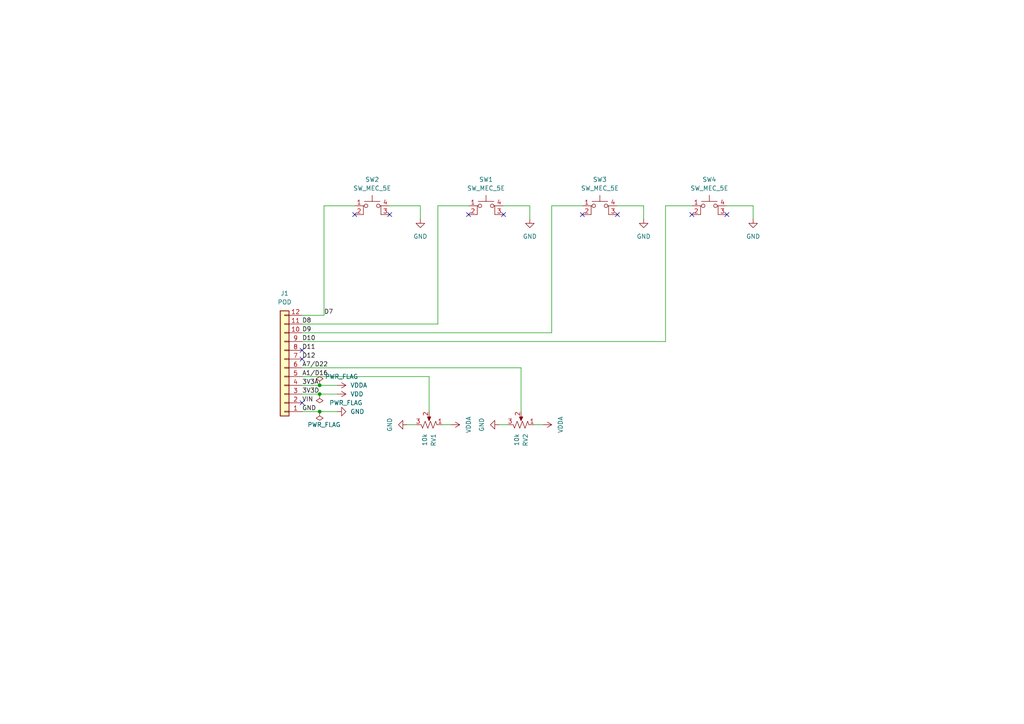
<source format=kicad_sch>
(kicad_sch (version 20230121) (generator eeschema)
  (paper "A4")
  (title_block (title "E/S pod basic expander") (date "2023-08-31") (rev "1"))
  (lib_symbols
    (symbol "Connector_Generic:Conn_01x12" (pin_names (offset 1.016) hide)
      (property "Reference" "J" (at 0 15.24 0))
      (property "Value" "Conn_01x12" (at 0 -17.78 0))
      (symbol "Conn_01x12_1_1"
        (rectangle (start -1.27 -15.113) (end 0 -15.367) (stroke (width 0.1524)))
        (rectangle (start -1.27 -12.573) (end 0 -12.827) (stroke (width 0.1524)))
        (rectangle (start -1.27 -10.033) (end 0 -10.287) (stroke (width 0.1524)))
        (rectangle (start -1.27 -7.493) (end 0 -7.747) (stroke (width 0.1524)))
        (rectangle (start -1.27 -4.953) (end 0 -5.207) (stroke (width 0.1524)))
        (rectangle (start -1.27 -2.413) (end 0 -2.667) (stroke (width 0.1524)))
        (rectangle (start -1.27 0.127) (end 0 -0.127) (stroke (width 0.1524)))
        (rectangle (start -1.27 2.667) (end 0 2.413) (stroke (width 0.1524)))
        (rectangle (start -1.27 5.207) (end 0 4.953) (stroke (width 0.1524)))
        (rectangle (start -1.27 7.747) (end 0 7.493) (stroke (width 0.1524)))
        (rectangle (start -1.27 10.287) (end 0 10.033) (stroke (width 0.1524)))
        (rectangle (start -1.27 12.827) (end 0 12.573) (stroke (width 0.1524)))
        (rectangle (start -1.27 13.97) (end 1.27 -16.51) (stroke (width 0.254)) (fill (type background)))
        (pin passive line (at -5.08 12.7 0) (length 3.81) (name "Pin_1") (number "1"))
        (pin passive line (at -5.08 -10.16 0) (length 3.81) (name "Pin_10") (number "10"))
        (pin passive line (at -5.08 -12.7 0) (length 3.81) (name "Pin_11") (number "11"))
        (pin passive line (at -5.08 -15.24 0) (length 3.81) (name "Pin_12") (number "12"))
        (pin passive line (at -5.08 10.16 0) (length 3.81) (name "Pin_2") (number "2"))
        (pin passive line (at -5.08 7.62 0) (length 3.81) (name "Pin_3") (number "3"))
        (pin passive line (at -5.08 5.08 0) (length 3.81) (name "Pin_4") (number "4"))
        (pin passive line (at -5.08 2.54 0) (length 3.81) (name "Pin_5") (number "5"))
        (pin passive line (at -5.08 0 0) (length 3.81) (name "Pin_6") (number "6"))
        (pin passive line (at -5.08 -2.54 0) (length 3.81) (name "Pin_7") (number "7"))
        (pin passive line (at -5.08 -5.08 0) (length 3.81) (name "Pin_8") (number "8"))
        (pin passive line (at -5.08 -7.62 0) (length 3.81) (name "Pin_9") (number "9"))
      )
    )
    (symbol "Device:R_Potentiometer_US" (pin_names (offset 1.016) hide)
      (property "Reference" "RV" (at -4.445 0 90))
      (property "Value" "R_Potentiometer_US" (at -2.54 0 90))
      (symbol "R_Potentiometer_US_0_1"
        (polyline (pts (xy 0 -2.286) (xy 0 -2.54)))
        (polyline (pts (xy 0 2.54) (xy 0 2.286)))
        (polyline (pts (xy 2.54 0) (xy 1.524 0)))
        (polyline (pts (xy 1.143 0) (xy 2.286 0.508) (xy 2.286 -0.508) (xy 1.143 0)) (fill (type outline)))
        (polyline (pts (xy 0 -0.762) (xy 1.016 -1.143) (xy 0 -1.524) (xy -1.016 -1.905) (xy 0 -2.286)))
        (polyline (pts (xy 0 0.762) (xy 1.016 0.381) (xy 0 0) (xy -1.016 -0.381) (xy 0 -0.762)))
        (polyline (pts (xy 0 2.286) (xy 1.016 1.905) (xy 0 1.524) (xy -1.016 1.143) (xy 0 0.762)))
      )
      (symbol "R_Potentiometer_US_1_1"
        (pin passive line (at 0 3.81 270) (length 1.27) (name "1") (number "1"))
        (pin passive line (at 3.81 0 180) (length 1.27) (name "2") (number "2"))
        (pin passive line (at 0 -3.81 90) (length 1.27) (name "3") (number "3"))
      )
    )
    (symbol "Switch:SW_MEC_5E" (pin_names (offset 1.016) hide)
      (property "Reference" "SW" (at 0.635 5.715 0))
      (property "Value" "SW_MEC_5E" (at 0 -3.175 0))
      (symbol "SW_MEC_5E_0_1"
        (circle (center -1.778 2.54) (radius 0.508))
        (polyline (pts (xy -2.286 3.81) (xy 2.286 3.81)))
        (polyline (pts (xy 0 3.81) (xy 0 5.588)))
        (polyline (pts (xy -2.54 0) (xy -2.54 2.54) (xy -2.286 2.54)))
        (polyline (pts (xy 2.54 0) (xy 2.54 2.54) (xy 2.286 2.54)))
        (circle (center 1.778 2.54) (radius 0.508))
        (pin passive line (at -5.08 2.54 0) (length 2.54) (name "1") (number "1"))
        (pin passive line (at -5.08 0 0) (length 2.54) (name "2") (number "2"))
        (pin passive line (at 5.08 0 180) (length 2.54) (name "K") (number "3"))
        (pin passive line (at 5.08 2.54 180) (length 2.54) (name "A") (number "4"))
      )
    )
    (symbol "power:GND" (power) (pin_names (offset 0))
      (property "Value" "GND" (at 0 -3.81 0))
      (symbol "GND_0_1"
        (polyline (pts (xy 0 0) (xy 0 -1.27) (xy 1.27 -1.27) (xy 0 -2.54) (xy -1.27 -1.27) (xy 0 -1.27)))
      )
      (symbol "GND_1_1"
        (pin power_in line (at 0 0 270) (length 0) hide (name "GND") (number "1"))
      )
    )
    (symbol "power:PWR_FLAG" (power) (pin_numbers hide) (pin_names (offset 0) hide)
      (property "Value" "PWR_FLAG" (at 0 3.81 0))
      (symbol "PWR_FLAG_0_0"
        (pin power_out line (at 0 0 90) (length 0) (name "pwr") (number "1"))
      )
      (symbol "PWR_FLAG_0_1"
        (polyline (pts (xy 0 0) (xy 0 1.27) (xy -1.016 1.905) (xy 0 2.54) (xy 1.016 1.905) (xy 0 1.27)))
      )
    )
    (symbol "power:VDD" (power) (pin_names (offset 0))
      (property "Value" "VDD" (at 0 3.81 0))
      (symbol "VDD_0_1"
        (polyline (pts (xy -0.762 1.27) (xy 0 2.54)))
        (polyline (pts (xy 0 0) (xy 0 2.54)))
        (polyline (pts (xy 0 2.54) (xy 0.762 1.27)))
      )
      (symbol "VDD_1_1"
        (pin power_in line (at 0 0 90) (length 0) hide (name "VDD") (number "1"))
      )
    )
    (symbol "power:VDDA" (power) (pin_names (offset 0))
      (property "Value" "VDDA" (at 0 3.81 0))
      (symbol "VDDA_0_1"
        (polyline (pts (xy -0.762 1.27) (xy 0 2.54)))
        (polyline (pts (xy 0 0) (xy 0 2.54)))
        (polyline (pts (xy 0 2.54) (xy 0.762 1.27)))
      )
      (symbol "VDDA_1_1"
        (pin power_in line (at 0 0 90) (length 0) hide (name "VDDA") (number "1"))
      )
    )
  )
  (junction (at 92.71 119.38))
  (junction (at 92.71 111.76))
  (junction (at 92.71 114.3))
  (no_connect (at 179.07 62.23))
  (no_connect (at 113.03 62.23))
  (no_connect (at 87.63 116.84))
  (no_connect (at 200.66 62.23))
  (no_connect (at 87.63 101.6))
  (no_connect (at 210.82 62.23))
  (no_connect (at 135.89 62.23))
  (no_connect (at 146.05 62.23))
  (no_connect (at 102.87 62.23))
  (no_connect (at 168.91 62.23))
  (no_connect (at 87.63 104.14))
  (wire (pts (xy 127 59.69) (xy 135.89 59.69)))
  (wire (pts (xy 87.63 111.76) (xy 92.71 111.76)))
  (wire (pts (xy 87.63 96.52) (xy 160.02 96.52)))
  (wire (pts (xy 186.69 59.69) (xy 186.69 63.5)))
  (wire (pts (xy 87.63 93.98) (xy 127 93.98)))
  (wire (pts (xy 113.03 59.69) (xy 121.92 59.69)))
  (wire (pts (xy 157.48 123.19) (xy 154.94 123.19)))
  (wire (pts (xy 127 93.98) (xy 127 59.69)))
  (wire (pts (xy 218.44 59.69) (xy 218.44 63.5)))
  (wire (pts (xy 92.71 119.38) (xy 97.79 119.38)))
  (wire (pts (xy 124.46 119.38) (xy 124.46 109.22)))
  (wire (pts (xy 179.07 59.69) (xy 186.69 59.69)))
  (wire (pts (xy 93.98 91.44) (xy 87.63 91.44)))
  (wire (pts (xy 93.98 59.69) (xy 93.98 91.44)))
  (wire (pts (xy 160.02 96.52) (xy 160.02 59.69)))
  (wire (pts (xy 151.13 119.38) (xy 151.13 106.68)))
  (wire (pts (xy 210.82 59.69) (xy 218.44 59.69)))
  (wire (pts (xy 146.05 59.69) (xy 153.67 59.69)))
  (wire (pts (xy 92.71 114.3) (xy 97.79 114.3)))
  (wire (pts (xy 93.98 59.69) (xy 102.87 59.69)))
  (wire (pts (xy 193.04 99.06) (xy 193.04 59.69)))
  (wire (pts (xy 147.32 123.19) (xy 144.78 123.19)))
  (wire (pts (xy 92.71 111.76) (xy 97.79 111.76)))
  (wire (pts (xy 130.81 123.19) (xy 128.27 123.19)))
  (wire (pts (xy 87.63 99.06) (xy 193.04 99.06)))
  (wire (pts (xy 120.65 123.19) (xy 118.11 123.19)))
  (wire (pts (xy 151.13 106.68) (xy 87.63 106.68)))
  (wire (pts (xy 193.04 59.69) (xy 200.66 59.69)))
  (wire (pts (xy 124.46 109.22) (xy 87.63 109.22)))
  (wire (pts (xy 87.63 114.3) (xy 92.71 114.3)))
  (wire (pts (xy 121.92 59.69) (xy 121.92 63.5)))
  (wire (pts (xy 87.63 119.38) (xy 92.71 119.38)))
  (wire (pts (xy 160.02 59.69) (xy 168.91 59.69)))
  (wire (pts (xy 153.67 59.69) (xy 153.67 63.5)))
  (label "D7" (at 93.98 91.44 0))
  (label "VIN" (at 87.63 116.84 0))
  (label "D8" (at 87.63 93.98 0))
  (label "3V3D" (at 87.63 114.3 0))
  (label "D9" (at 87.63 96.52 0))
  (label "D11" (at 87.63 101.6 0))
  (label "D10" (at 87.63 99.06 0))
  (label "A7{slash}D22" (at 87.63 106.68 0))
  (label "D12" (at 87.63 104.14 0))
  (label "3V3A" (at 87.63 111.76 0))
  (label "GND" (at 87.63 119.38 0))
  (label "A1{slash}D16" (at 87.63 109.22 0))
  (symbol (lib_id "power:GND") (at 97.79 119.38 90) (unit 1)
    (property "Reference" "#PWR06" (effects hide))
    (property "Value" "GND" (at 101.6 119.38 90) (effects (justify right)))
  )
  (symbol (lib_id "power:GND") (at 144.78 123.19 270) (unit 1)
    (property "Reference" "#PWR03" (effects hide))
    (property "Value" "GND" (at 139.7 123.19 0))
  )
  (symbol (lib_id "power:PWR_FLAG") (at 92.71 119.38 180) (unit 1)
    (property "Reference" "#FLG01" (effects hide))
    (property "Value" "PWR_FLAG" (at 93.98 123.19 0))
  )
  (symbol (lib_id "Device:R_Potentiometer_US") (at 124.46 123.19 270) (mirror x) (unit 1)
    (property "Reference" "RV1" (at 125.73 125.73 0) (effects (justify right)))
    (property "Value" "10k" (at 123.19 125.73 0) (effects (justify right)))
    (property "Footprint" "Potentiometer_THT:Potentiometer_Alpha_RD901F-40-00D_Single_Vertical" (effects hide))
  )
  (symbol (lib_id "power:GND") (at 186.69 63.5 0) (unit 1)
    (property "Reference" "#PWR08" (effects hide))
    (property "Value" "GND" (at 186.69 68.58 0))
  )
  (symbol (lib_id "power:PWR_FLAG") (at 92.71 114.3 180) (unit 1)
    (property "Reference" "#FLG02" (effects hide))
    (property "Value" "PWR_FLAG" (at 100.33 116.84 0))
  )
  (symbol (lib_id "Switch:SW_MEC_5E") (at 140.97 62.23 0) (unit 1)
    (property "Reference" "SW1" (at 140.97 52.07 0))
    (property "Value" "SW_MEC_5E" (at 140.97 54.61 0))
    (property "Footprint" "Button_Switch_THT:SW_PUSH_6mm" (effects hide))
    (property "Datasheet" "http://www.apem.com/int/index.php?controller=attachment&id_attachment=1371" (effects hide))
  )
  (symbol (lib_id "power:GND") (at 121.92 63.5 0) (unit 1)
    (property "Reference" "#PWR02" (effects hide))
    (property "Value" "GND" (at 121.92 68.58 0))
  )
  (symbol (lib_id "power:PWR_FLAG") (at 92.71 111.76 0) (unit 1)
    (property "Reference" "#FLG03" (effects hide))
    (property "Value" "PWR_FLAG" (at 99.06 109.22 0))
  )
  (symbol (lib_id "Device:R_Potentiometer_US") (at 151.13 123.19 270) (mirror x) (unit 1)
    (property "Reference" "RV2" (at 152.4 125.73 0) (effects (justify right)))
    (property "Value" "10k" (at 149.86 125.73 0) (effects (justify right)))
    (property "Footprint" "Potentiometer_THT:Potentiometer_Alpha_RD901F-40-00D_Single_Vertical" (effects hide))
  )
  (symbol (lib_id "power:GND") (at 153.67 63.5 0) (unit 1)
    (property "Reference" "#PWR05" (effects hide))
    (property "Value" "GND" (at 153.67 68.58 0))
  )
  (symbol (lib_id "Switch:SW_MEC_5E") (at 205.74 62.23 0) (unit 1)
    (property "Reference" "SW4" (at 205.74 52.07 0))
    (property "Value" "SW_MEC_5E" (at 205.74 54.61 0))
    (property "Footprint" "Button_Switch_THT:SW_PUSH_6mm" (effects hide))
    (property "Datasheet" "http://www.apem.com/int/index.php?controller=attachment&id_attachment=1371" (effects hide))
  )
  (symbol (lib_id "Connector_Generic:Conn_01x12") (at 82.55 106.68 180) (unit 1)
    (property "Reference" "J1" (at 82.55 85.09 0))
    (property "Value" "POD" (at 82.55 87.63 0))
    (property "Footprint" "Connector_PinHeader_2.54mm:PinHeader_1x12_P2.54mm_Vertical" (effects hide))
  )
  (symbol (lib_id "power:VDDA") (at 157.48 123.19 270) (unit 1)
    (property "Reference" "#PWR01" (effects hide))
    (property "Value" "VDDA" (at 162.56 123.19 0))
  )
  (symbol (lib_id "power:GND") (at 218.44 63.5 0) (unit 1)
    (property "Reference" "#PWR011" (effects hide))
    (property "Value" "GND" (at 218.44 68.58 0))
  )
  (symbol (lib_id "Switch:SW_MEC_5E") (at 173.99 62.23 0) (unit 1)
    (property "Reference" "SW3" (at 173.99 52.07 0))
    (property "Value" "SW_MEC_5E" (at 173.99 54.61 0))
    (property "Footprint" "Button_Switch_THT:SW_PUSH_6mm" (effects hide))
    (property "Datasheet" "http://www.apem.com/int/index.php?controller=attachment&id_attachment=1371" (effects hide))
  )
  (symbol (lib_id "power:VDDA") (at 97.79 111.76 270) (unit 1)
    (property "Reference" "#PWR09" (effects hide))
    (property "Value" "VDDA" (at 101.6 111.76 90) (effects (justify left)))
  )
  (symbol (lib_id "Switch:SW_MEC_5E") (at 107.95 62.23 0) (unit 1)
    (property "Reference" "SW2" (at 107.95 52.07 0))
    (property "Value" "SW_MEC_5E" (at 107.95 54.61 0))
    (property "Footprint" "Button_Switch_THT:SW_PUSH_6mm" (effects hide))
    (property "Datasheet" "http://www.apem.com/int/index.php?controller=attachment&id_attachment=1371" (effects hide))
  )
  (symbol (lib_id "power:GND") (at 118.11 123.19 270) (unit 1)
    (property "Reference" "#PWR04" (effects hide))
    (property "Value" "GND" (at 113.03 123.19 0))
  )
  (symbol (lib_id "power:VDDA") (at 130.81 123.19 270) (unit 1)
    (property "Reference" "#PWR010" (effects hide))
    (property "Value" "VDDA" (at 135.89 123.19 0))
  )
  (symbol (lib_id "power:VDD") (at 97.79 114.3 270) (unit 1)
    (property "Reference" "#PWR07" (effects hide))
    (property "Value" "VDD" (at 101.6 114.3 90) (effects (justify left)))
  )
)
</source>
